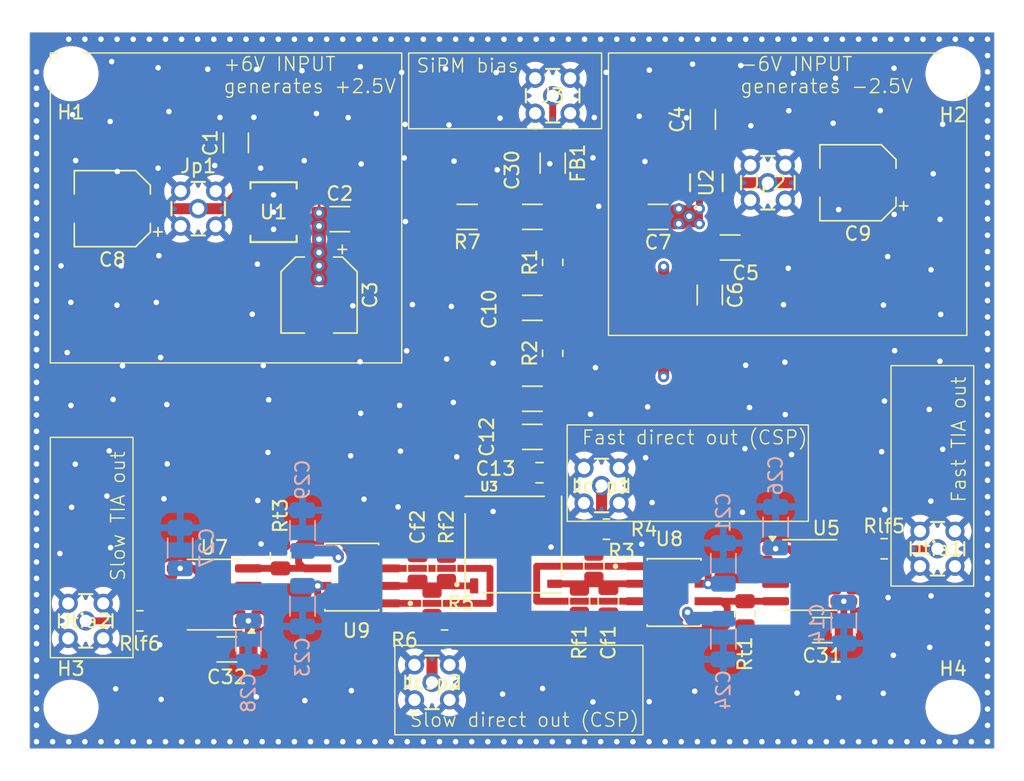
<source format=kicad_pcb>
(kicad_pcb (version 20240108) (generator "pcbnew") (generator_version "8.0")
  (layers (0 "F.Cu" signal) (1 "In1.Cu" signal) (2 "In2.Cu" signal) (31 "B.Cu" signal) (34 "B.Paste" user) (35 "F.Paste" user) (36 "B.SilkS" user "B.Silkscreen") (37 "F.SilkS" user "F.Silkscreen") (38 "B.Mask" user) (39 "F.Mask" user) (44 "Edge.Cuts" user))
  (net 0 "")
  (net 1 "GND")
  (net 2 "+6V")
  (net 3 "+2V5")
  (net 4 "Net-(U1-BYP)")
  (net 5 "Net-(U2-VREG)")
  (net 6 "Net-(U2-VAFB)")
  (net 7 "Net-(U2-VA)")
  (net 8 "-2V5")
  (net 9 "-6V")
  (net 10 "Net-(C10-Pad1)")
  (net 11 "/Bias filter/bias_filtered")
  (net 12 "Net-(U5-IN)")
  (net 13 "/SiPM/fast output")
  (net 14 "Net-(U7-IN)")
  (net 15 "/SiPM/anode (slow output)")
  (net 16 "/Bias filter/bias_raw")
  (net 17 "Net-(C30-Pad1)")
  (net 18 "Net-(Jcsp1-SIGNAL)")
  (net 19 "Net-(Jcsp2-SIGNAL)")
  (net 20 "/driven TIA/amp_out")
  (net 21 "/driven TIA1/amp_out")
  (net 22 "Net-(Rlf5-Pad1)")
  (net 23 "Net-(Rlf6-Pad1)")
  (net 37 "Net-(C30-Pad2)")
  (footprint "Resistor_SMD:R_1206_3216Metric" (layer "F.Cu") (at 76.75 38.399176 180)
    (property "Reference" "R7")
    (property "Value" "2")
  )
  (footprint "Capacitor_SMD:C_1206_3216Metric" (layer "F.Cu") (at 59.9643 33.026652 90)
    (property "Reference" "C1")
    (property "Value" "1u")
  )
  (footprint "Library:CONN_73415-1472_MOL" (layer "F.Cu") (at 74.194737 72.191652)
    (property "Reference" "Jcsp2")
    (property "Value" "734151472")
  )
  (footprint "Library:ADP7185" (layer "F.Cu") (at 94.1 35.918352 90)
    (property "Reference" "U2")
    (property "Value" "ADP7185ACPZN2.5-R7")
  )
  (footprint "Capacitor_SMD:C_0805_2012Metric" (layer "F.Cu") (at 73.144737 63.916651 -90)
    (property "Reference" "Cf2")
    (property "Value" "var")
  )
  (footprint "Capacitor_SMD:CP_Elec_5x4.5" (layer "F.Cu") (at 66 44.071652 -90)
    (property "Reference" "C3")
    (property "Value" "10u")
  )
  (footprint "Capacitor_SMD:C_1206_3216Metric" (layer "F.Cu") (at 81.475 51.600824 180)
    (property "Reference" "C11" (hide yes))
    (property "Value" "100n")
  )
  (footprint "MountingHole:MountingHole_3.5mm" (layer "F.Cu") (at 48 28 180)
    (property "Reference" "H1")
    (property "Value" "MountingHole")
  )
  (footprint "Library:CONN_73415-1472_MOL" (layer "F.Cu") (at 98.560099 35.918352)
    (property "Reference" "Jp2")
    (property "Value" "734151472")
  )
  (footprint "Capacitor_SMD:C_0805_2012Metric" (layer "F.Cu") (at 86.99 66.301652 90)
    (property "Reference" "Cf1")
    (property "Value" "var")
  )
  (footprint "Library:CONN_73415-1472_MOL" (layer "F.Cu") (at 110.87 62.491652)
    (property "Reference" "Jtia1")
    (property "Value" "734151472")
  )
  (footprint "Resistor_SMD:R_0805_2012Metric" (layer "F.Cu") (at 53 67.726651 180)
    (property "Reference" "Rlf6")
    (property "Value" "50")
  )
  (footprint "Capacitor_SMD:C_1206_3216Metric" (layer "F.Cu") (at 81.475 38.399176 180)
    (property "Reference" "C30")
    (property "Value" "1u")
  )
  (footprint "Capacitor_SMD:C_1206_3216Metric" (layer "F.Cu") (at 81.475 54.371236 180)
    (property "Reference" "C12")
    (property "Value" "10n")
  )
  (footprint "Package_SO:SOIC-8_3.9x4.9mm_P1.27mm" (layer "F.Cu") (at 58.4 65.821651 180)
    (property "Reference" "U7")
    (property "Value" "BUF602xD")
  )
  (footprint "Library:LT1763" (layer "F.Cu") (at 62.6986 38.051651 180)
    (property "Reference" "U1")
    (property "Value" "LT1763CDE-2.5-PBF")
  )
  (footprint "Capacitor_SMD:C_1206_3216Metric" (layer "F.Cu") (at 67.5 38.561652)
    (property "Reference" "C2")
    (property "Value" "1u")
  )
  (footprint "Library:CONN_73415-1472_MOL" (layer "F.Cu") (at 82.95 29.601652)
    (property "Reference" "J3")
    (property "Value" "734151472")
  )
  (footprint "Resistor_SMD:R_0805_2012Metric" (layer "F.Cu") (at 75.244737 63.916651 -90)
    (property "Reference" "Rf2")
    (property "Value" "var")
  )
  (footprint "Capacitor_SMD:C_1206_3216Metric" (layer "F.Cu") (at 90.599999 38.396652 180)
    (property "Reference" "C7")
    (property "Value" "4.7u")
  )
  (footprint "Capacitor_SMD:C_1206_3216Metric" (layer "F.Cu") (at 81.475 45 180)
    (property "Reference" "C10")
    (property "Value" "10n")
  )
  (footprint "Resistor_SMD:R_0805_2012Metric" (layer "F.Cu") (at 63.2 63.004151 90)
    (property "Reference" "Rt3")
    (property "Value" "10k")
  )
  (footprint "Capacitor_SMD:C_1206_3216Metric" (layer "F.Cu") (at 94.349999 44.071652 -90)
    (property "Reference" "C6")
    (property "Value" "1u")
  )
  (footprint "Library:SOIC127P599X175-8N" (layer "F.Cu") (at 91.76 65.666652)
    (property "Reference" "U8")
    (property "Value" "LTC6268HS8-10_PBF")
  )
  (footprint "Resistor_SMD:R_0805_2012Metric" (layer "F.Cu") (at 84.89 66.301652 90)
    (property "Reference" "Rf1")
    (property "Value" "var")
  )
  (footprint "Resistor_SMD:R_0805_2012Metric" (layer "F.Cu") (at 82.95 48.300412 90)
    (property "Reference" "R2")
    (property "Value" "50")
  )
  (footprint "MountingHole:MountingHole_3.5mm" (layer "F.Cu") (at 48 74)
    (property "Reference" "H3")
    (property "Value" "MountingHole")
  )
  (footprint "Resistor_SMD:R_0805_2012Metric" (layer "F.Cu") (at 86.8525 61.071652)
    (property "Reference" "R4")
    (property "Value" "50")
  )
  (footprint "Library:CONN_73415-1472_MOL" (layer "F.Cu") (at 49.07 67.726651)
    (property "Reference" "Jtia2")
    (property "Value" "734151472")
  )
  (footprint "MountingHole:MountingHole_3.5mm" (layer "F.Cu") (at 112 74)
    (property "Reference" "H4")
    (property "Value" "MountingHole")
  )
  (footprint "Capacitor_SMD:C_1206_3216Metric_Pad1.33x1.80mm_HandSolder" (layer "F.Cu") (at 102.5125 68.4 180)
    (property "Reference" "C31")
    (property "Value" "10n")
  )
  (footprint "Resistor_SMD:R_0805_2012Metric" (layer "F.Cu") (at 75.107237 69.121652)
    (property "Reference" "R6")
    (property "Value" "50")
  )
  (footprint "Capacitor_SMD:C_1206_3216Metric" (layer "F.Cu") (at 93.85 31.321652 90)
    (property "Reference" "C4")
    (property "Value" "1u")
  )
  (footprint "Capacitor_SMD:CP_Elec_5x4.5" (layer "F.Cu") (at 105.099999 35.918352 180)
    (property "Reference" "C9")
    (property "Value" "10u")
  )
  (footprint "Package_SO:SOIC-8_3.9x4.9mm_P1.27mm" (layer "F.Cu") (at 101.6 64.396652)
    (property "Reference" "U5")
    (property "Value" "BUF602xD")
  )
  (footprint "Resistor_SMD:R_0805_2012Metric" (layer "F.Cu") (at 74.194737 66.456651 -90)
    (property "Reference" "R5")
    (property "Value" "0")
  )
  (footprint "Resistor_SMD:R_0805_2012Metric" (layer "F.Cu") (at 96.9 67.214152 -90)
    (property "Reference" "Rt1")
    (property "Value" "10k")
  )
  (footprint "Capacitor_SMD:C_1206_3216Metric_Pad1.33x1.80mm_HandSolder" (layer "F.Cu") (at 59.3125 69.8)
    (property "Reference" "C32")
    (property "Value" "10n")
  )
  (footprint "Library:SOIC127P599X175-8N" (layer "F.Cu") (at 68.374737 64.551651 180)
    (property "Reference" "U9")
    (property "Value" "LTC6268HS8-10_PBF")
  )
  (footprint "Resistor_SMD:R_1206_3216Metric" (layer "F.Cu") (at 82.95 34.498764 -90)
    (property "Reference" "FB1")
    (property "Value" "620@1M")
  )
  (footprint "Library:CONN_73415-1472_MOL" (layer "F.Cu") (at 86.495 57.901652)
    (property "Reference" "Jcsp1")
    (property "Value" "734151472")
  )
  (footprint "Resistor_SMD:R_0805_2012Metric" (layer "F.Cu") (at 85.94 63.761652 -90)
    (property "Reference" "R3")
    (property "Value" "0")
  )
  (footprint "Resistor_SMD:R_0805_2012Metric" (layer "F.Cu") (at 82.95 41.699588 90)
    (property "Reference" "R1")
    (property "Value" "50")
  )
  (footprint "MountingHole:MountingHole_3.5mm" (layer "F.Cu") (at 112 28 180)
    (property "Reference" "H2")
    (property "Value" "MountingHole")
  )
  (footprint "Capacitor_SMD:C_0805_2012Metric" (layer "F.Cu") (at 82 56.971652 180)
    (property "Reference" "C13")
    (property "Value" "10p")
  )
  (footprint "Library:CONN_73415-1472_MOL" (layer "F.Cu") (at 57.23 37.801652)
    (property "Reference" "Jp1")
    (property "Value" "734151472")
  )
  (footprint "Capacitor_SMD:CP_Elec_5x4.5" (layer "F.Cu") (at 51 37.801652 180)
    (property "Reference" "C8")
    (property "Value" "10u")
  )
  (footprint "Resistor_SMD:R_0805_2012Metric" (layer "F.Cu") (at 107 62.491652)
    (property "Reference" "Rlf5")
    (property "Value" "50")
  )
  (footprint "Capacitor_SMD:C_1206_3216Metric" (layer "F.Cu") (at 95.825 40.621652)
    (property "Reference" "C5")
    (property "Value" "10n")
  )
  (footprint "Library:XDCR_MICROFC-60035-SMT-TR1" (layer "F.Cu") (at 80.1 62.186651)
    (property "Reference" "U3")
    (property "Value" "MICROFC-60035-SMT-TR1")
  )
  (footprint "Capacitor_SMD:C_1206_3216Metric" (layer "B.Cu") (at 104.075 67.875 90)
    (property "Reference" "C14")
    (property "Value" "0.1u")
  )
  (footprint "Capacitor_SMD:C_1206_3216Metric" (layer "B.Cu") (at 64.8 61.171652 -90)
    (property "Reference" "C29")
    (property "Value" "0.1u")
  )
  (footprint "Capacitor_SMD:C_1206_3216Metric" (layer "B.Cu") (at 99.125 60.925 -90)
    (property "Reference" "C26")
    (property "Value" "0.1u")
  )
  (footprint "Capacitor_SMD:C_1206_3216Metric" (layer "B.Cu") (at 55.925 62.441651 -90)
    (property "Reference" "C27")
    (property "Value" "0.1u")
  )
  (footprint "Capacitor_SMD:C_1206_3216Metric" (layer "B.Cu") (at 64.8 66.661651 90)
    (property "Reference" "C23")
    (property "Value" "0.1u")
  )
  (footprint "Capacitor_SMD:C_1206_3216Metric" (layer "B.Cu") (at 95.334737 63.556652 -90)
    (property "Reference" "C21")
    (property "Value" "0.1u")
  )
  (footprint "Capacitor_SMD:C_1206_3216Metric" (layer "B.Cu") (at 60.875 69.201651 90)
    (property "Reference" "C28")
    (property "Value" "0.1u")
  )
  (footprint "Capacitor_SMD:C_1206_3216Metric" (layer "B.Cu") (at 95.334737 69.046652 90)
    (property "Reference" "C24")
    (property "Value" "0.1u")
  )
  (gr_rect (start 84 53.5) (end 101.5 60.5) (stroke (width 0.1)) (fill none) (layer "F.SilkS"))
  (gr_rect (start 107.5 49.2) (end 113.5 65.2) (stroke (width 0.1)) (fill none) (layer "F.SilkS"))
  (gr_rect (start 71.5 69.5) (end 89.5 76) (stroke (width 0.1)) (fill none) (layer "F.SilkS"))
  (gr_rect (start 87 26.5) (end 113 47) (stroke (width 0.1)) (fill none) (layer "F.SilkS"))
  (gr_rect (start 46.5 54.4) (end 52.5 70.4) (stroke (width 0.1)) (fill none) (layer "F.SilkS"))
  (gr_rect (start 46.5 26.5) (end 72 49) (stroke (width 0.1)) (fill none) (layer "F.SilkS"))
  (gr_rect (start 72.5 26.5) (end 86.5 32) (stroke (width 0.1)) (fill none) (layer "F.SilkS"))
  (gr_rect (start 45 25) (end 115 77) (stroke (width 0.05)) (fill none) (layer "Edge.Cuts"))
  (gr_text "Slow direct out (CSP)" (at 72.5 75.5 0) (layer "F.SilkS") (effects (font (size 1 1) (thickness 0.1)) (justify left bottom)))
  (gr_text "+6V INPUT\ngenerates +2.5V" (at 59 29.5 0) (layer "F.SilkS") (effects (font (size 1 1) (thickness 0.1)) (justify left bottom)))
  (gr_text "Slow TIA out" (at 52 64.9 90) (layer "F.SilkS") (effects (font (size 1 1) (thickness 0.1)) (justify left bottom)))
  (gr_text "Fast TIA out" (at 113 59.2 90) (layer "F.SilkS") (effects (font (size 1 1) (thickness 0.1)) (justify left bottom)))
  (gr_text "Fast direct out (CSP)" (at 85 55 0) (layer "F.SilkS") (effects (font (size 1 1) (thickness 0.1)) (justify left bottom)))
  (gr_text "SiPM bias" (at 73 28 0) (layer "F.SilkS") (effects (font (size 1 1) (thickness 0.1)) (justify left bottom)))
  (gr_text "-6V INPUT\ngenerates -2.5V" (at 96.5 29.5 0) (layer "F.SilkS") (effects (font (size 1 1) (thickness 0.1)) (justify left bottom)))
  (segment (start 70.844737 66.456651) (end 78.4 66.456651) (width 0.5) (layer "F.Cu") (net 1))
  (segment (start 70.844737 63.916651) (end 78.4 63.916651) (width 0.5) (layer "F.Cu") (net 1))
  (segment (start 89.29 63.761652) (end 81.79 63.761652) (width 0.5) (layer "F.Cu") (net 1))
  (segment (start 89.29 66.301652) (end 81.79 66.301652) (width 0.5) (layer "F.Cu") (net 1))
  (segment (start 81.79 63.761652) (end 81.79 66.301652) (width 0.5) (layer "F.Cu") (net 1))
  (segment (start 78.4 63.916651) (end 78.4 66.456651) (width 0.5) (layer "F.Cu") (net 1))
  (via (at 107.04084 59.654084) (size 0.8) (drill 0.4) (layers "F.Cu" "B.Cu") (net 1))
  (via (at 51.365838 35.106777) (size 0.8) (drill 0.4) (layers "F.Cu" "B.Cu") (net 1))
  (via (at 89.940658 25.5) (size 0.8) (drill 0.4) (layers "F.Cu" "B.Cu") (net 1))
  (via (at 45.5 39.732552) (size 0.8) (drill 0.4) (layers "F.Cu" "B.Cu") (net 1))
  (via (at 79.415239 25.5) (size 0.8) (drill 0.4) (layers "F.Cu" "B.Cu") (net 1))
  (via (at 107.759065 48.112934) (size 0.8) (drill 0.4) (layers "F.Cu" "B.Cu") (net 1))
  (via (at 98.127095 76.5) (size 0.8) (drill 0.4) (layers "F.Cu" "B.Cu") (net 1))
  (via (at 58.364401 76.5) (size 0.8) (drill 0.4) (layers "F.Cu" "B.Cu") (net 1))
  (via (at 114.5 48.034874) (size 0.8) (drill 0.4) (layers "F.Cu" "B.Cu") (net 1))
  (via (at 48.31172 56.348621) (size 0.8) (drill 0.4) (layers "F.Cu" "B.Cu") (net 1))
  (via (at 45.5 36.174414) (size 0.8) (drill 0.4) (layers "F.Cu" "B.Cu") (net 1))
  (via (at 75.171559 27.646783) (size 0.8) (drill 0.4) (layers "F.Cu" "B.Cu") (net 1))
  (via (at 114.5 27.872092) (size 0.8) (drill 0.4) (layers "F.Cu" "B.Cu") (net 1))
  (via (at 86.432185 76.5) (size 0.8) (drill 0.4) (layers "F.Cu" "B.Cu") (net 1))
  (via (at 110.269976 52.377996) (size 0.8) (drill 0.4) (layers "F.Cu" "B.Cu") (net 1))
  (via (at 45.5 37.36046) (size 0.8) (drill 0.4) (layers "F.Cu" "B.Cu") (net 1))
  (via (at 100.466077 76.5) (size 0.8) (drill 0.4) (layers "F.Cu" "B.Cu") (net 1))
  (via (at 47.989066 44.60075) (size 0.8) (drill 0.4) (layers "F.Cu" "B.Cu") (net 1))
  (via (at 45.5 76.5) (size 0.8) (drill 0.4) (layers "F.Cu" "B.Cu") (net 1))
  (via (at 67.720329 25.5) (size 0.8) (drill 0.4) (layers "F.Cu" "B.Cu") (net 1))
  (via (at 103.704213 73.299665) (size 0.8) (drill 0.4) (layers "F.Cu" "B.Cu") (net 1))
  (via (at 45.5 59.895334) (size 0.8) (drill 0.4) (layers "F.Cu" "B.Cu") (net 1))
  (via (at 110.387267 59.032524) (size 0.8) (drill 0.4) (layers "F.Cu" "B.Cu") (net 1))
  (via (at 45.5 64.639518) (size 0.8) (drill 0.4) (layers "F.Cu" "B.Cu") (net 1))
  (via (at 45.5 65.825564) (size 0.8) (drill 0.4) (layers "F.Cu" "B.Cu") (net 1))
  (via (at 100.681341 72.966857) (size 0.8) (drill 0.4) (layers "F.Cu" "B.Cu") (net 1))
  (via (at 114.5 63.453472) (size 0.8) (drill 0.4) (layers "F.Cu" "B.Cu") (net 1))
  (via (at 114.5 45.662782) (size 0.8) (drill 0.4) (layers "F.Cu" "B.Cu") (net 1))
  (via (at 114.5 67.01161) (size 0.8) (drill 0.4) (layers "F.Cu" "B.Cu") (net 1))
  (via (at 72.773802 44.765565) (size 0.8) (drill 0.4) (layers "F.Cu" "B.Cu") (net 1))
  (via (at 82.218188 72.639541) (size 0.8) (drill 0.4) (layers "F.Cu" "B.Cu") (net 1))
  (via (at 114.5 52.779058) (size 0.8) (drill 0.4) (layers "F.Cu" "B.Cu") (net 1))
  (via (at 45.5 52.779058) (size 0.8) (drill 0.4) (layers "F.Cu" "B.Cu") (net 1))
  (via (at 93.449131 76.5) (size 0.8) (drill 0.4) (layers "F.Cu" "B.Cu") (net 1))
  (via (at 114.5 25.5) (size 0.8) (drill 0.4) (layers "F.Cu" "B.Cu") (net 1))
  (via (at 101.635568 25.5) (size 0.8) (drill 0.4) (layers "F.Cu" "B.Cu") (net 1))
  (via (at 95.788113 76.5) (size 0.8) (drill 0.4) (layers "F.Cu" "B.Cu") (net 1))
  (via (at 92.662371 31.207615) (size 0.8) (drill 0.4) (layers "F.Cu" "B.Cu") (net 1))
  (via (at 102.805059 76.5) (size 0.8) (drill 0.4) (layers "F.Cu" "B.Cu") (net 1))
  (via (at 84.093203 25.5) (size 0.8) (drill 0.4) (layers "F.Cu" "B.Cu") (net 1))
  (via (at 45.5 61.08138) (size 0.8) (drill 0.4) (layers "F.Cu" "B.Cu") (net 1))
  (via (at 75.741773 51.868128) (size 0.8) (drill 0.4) (layers "F.Cu" "B.Cu") (net 1))
  (via (at 108.652514 25.5) (size 0.8) (drill 0.4) (layers "F.Cu" "B.Cu") (net 1))
  (via (at 114.5 38.546506) (size 0.8) (drill 0.4) (layers "F.Cu" "B.Cu") (net 1))
  (via (at 53.686437 25.5) (size 0.8) (drill 0.4) (layers "F.Cu" "B.Cu") (net 1))
  (via (at 45.5 51.593012) (size 0.8) (drill 0.4) (layers "F.Cu" "B.Cu") (net 1))
  (via (at 45.5 72.94184) (size 0.8) (drill 0.4) (layers "F.Cu" "B.Cu") (net 1))
  (via (at 45.5 44.476736) (size 0.8) (drill 0.4) (layers "F.Cu" "B.Cu") (net 1))
  (via (at 93.101977 27.307537) (size 0.8) (drill 0.4) (layers "F.Cu" "B.Cu") (net 1))
  (via (at 111.045089 48.876212) (size 0.8) (drill 0.4) (layers "F.Cu" "B.Cu") (net 1))
  (via (at 87.601676 76.5) (size 0.8) (drill 0.4) (layers "F.Cu" "B.Cu") (net 1))
  (via (at 61.95492 49.188893) (size 0.8) (drill 0.4) (layers "F.Cu" "B.Cu") (net 1))
  (via (at 61.15404 45.464894) (size 0.8) (drill 0.4) (layers "F.Cu" "B.Cu") (net 1))
  (via (at 58.364401 25.5) (size 0.8) (drill 0.4) (layers "F.Cu" "B.Cu") (net 1))
  (via (at 100.043807 42.127437) (size 0.8) (drill 0.4) (layers "F.Cu" "B.Cu") (net 1))
  (via (at 114.5 33.802322) (size 0.8) (drill 0.4) (layers "F.Cu" "B.Cu") (net 1))
  (via (at 82.923712 76.5) (size 0.8) (drill 0.4) (layers "F.Cu" "B.Cu") (net 1))
  (via (at 114.5 39.732552) (size 0.8) (drill 0.4) (layers "F.Cu" "B.Cu") (net 1))
  (via (at 72.398293 25.5) (size 0.8) (drill 0.4) (layers "F.Cu" "B.Cu") (net 1))
  (via (at 65.810086 30.89842) (size 0.8) (drill 0.4) (layers "F.Cu" "B.Cu") (net 1))
  (via (at 60.703383 76.5) (size 0.8) (drill 0.4) (layers "F.Cu" "B.Cu") (net 1))
  (via (at 89.940658 76.5) (size 0.8) (drill 0.4) (layers "F.Cu" "B.Cu") (net 1))
  (via (at 68.997398 27.498276) (size 0.8) (drill 0.4) (layers "F.Cu" "B.Cu") (net 1))
  (via (at 85.869438 73.613455) (size 0.8) (drill 0.4) (layers "F.Cu" "B.Cu") (net 1))
  (via (at 86.830941 27.902793) (size 0.8) (drill 0.4) (layers "F.Cu" "B.Cu") (net 1))
  (via (at 45.5 46.848828) (size 0.8) (drill 0.4) (layers "F.Cu" "B.Cu") (net 1))
  (via (at 114.5 68.197656) (size 0.8) (drill 0.4) (layers "F.Cu" "B.Cu") (net 1))
  (via (at 74.737275 25.5) (size 0.8) (drill 0.4) (layers "F.Cu" "B.Cu") (net 1))
  (via (at 51.347455 25.5) (size 0.8) (drill 0.4) (layers "F.Cu" "B.Cu") (net 1))
  (via (at 75.990537 55.820568) (size 0.8) (drill 0.4) (layers "F.Cu" "B.Cu") (net 1))
  (via (at 114.5 50.406966) (size 0.8) (drill 0.4) (layers "F.Cu" "B.Cu") (net 1))
  (via (at 56.025419 25.5) (size 0.8) (drill 0.4) (layers "F.Cu" "B.Cu") (net 1))
  (via (at 105.144041 25.5) (size 0.8) (drill 0.4) (layers "F.Cu" "B.Cu") (net 1))
  (via (at 113.330478 25.5) (size 0.8) (drill 0.4) (layers "F.Cu" "B.Cu") (net 1))
  (via (at 103.696898 37.869954) (size 0.8) (drill 0.4) (layers "F.Cu" "B.Cu") (net 1))
  (via (at 51.056038 51.649696) (size 0.8) (drill 0.4) (layers "F.Cu" "B.Cu") (net 1))
  (via (at 85.262694 25.5) (size 0.8) (drill 0.4) (layers "F.Cu" "B.Cu") (net 1))
  (via (at 114.5 59.895334) (size 0.8) (drill 0.4) (layers "F.Cu" "B.Cu") (net 1))
  (via (at 54.32165 27.571854) (size 0.8) (drill 0.4) (layers "F.Cu" "B.Cu") (net 1))
  (via (at 107.483023 76.5) (size 0.8) (drill 0.4) (layers "F.Cu" "B.Cu") (net 1))
  (via (at 82.923712 25.5) (size 0.8) (drill 0.4) (layers "F.Cu" "B.Cu") (net 1))
  (via (at 69.054136 34.555194) (size 0.8) (drill 0.4) (layers "F.Cu" "B.Cu") (net 1))
  (via (at 78.245748 25.5) (size 0.8) (drill 0.4) (layers "F.Cu" "B.Cu") (net 1))
  (via (at 106.817863 55.447793) (size 0.8) (drill 0.4) (layers "F.Cu" "B.Cu") (net 1))
  (via (at 99.296586 25.5) (size 0.8) (drill 0.4) (layers "F.Cu" "B.Cu") (net 1))
  (via (at 45.5 71.755794) (size 0.8) (drill 0.4) (layers "F.Cu" "B.Cu") (net 1))
  (via (at 79.316146 73.042593) (size 0.8) (drill 0.4) (layers "F.Cu" "B.Cu") (net 1))
  (via (at 51.336104 44.803206) (size 0.8) (drill 0.4) (layers "F.Cu" "B.Cu") (net 1))
  (via (at 45.5 56.337196) (size 0.8) (drill 0.4) (layers "F.Cu" "B.Cu") (net 1))
  (via (at 45.5 67.01161) (size 0.8) (drill 0.4) (layers "F.Cu" "B.Cu") (net 1))
  (via (at 45.5 38.546506) (size 0.8) (drill 0.4) (layers "F.Cu" "B.Cu") (net 1))
  (via (at 61.451398 73.24481) (size 0.8) (drill 0.4) (layers "F.Cu" "B.Cu") (net 1))
  (via (at 114.5 74.127886) (size 0.8) (drill 0.4) (layers "F.Cu" "B.Cu") (net 1))
  (via (at 108.652514 76.5) (size 0.8) (drill 0.4) (layers "F.Cu" "B.Cu") (net 1))
  (via (at 75.906766 76.5) (size 0.8) (drill 0.4) (layers "F.Cu" "B.Cu") (net 1))
  (via (at 114.5 72.94184) (size 0.8) (drill 0.4) (layers "F.Cu" "B.Cu") (net 1))
  (via (at 68.88982 76.5) (size 0.8) (drill 0.4) (layers "F.Cu" "B.Cu") (net 1))
  (via (at 114.5 26.686046) (size 0.8) (drill 0.4) (layers "F.Cu" "B.Cu") (net 1))
  (via (at 68.345948 72.794222) (size 0.8) (drill 0.4) (layers "F.Cu" "B.Cu") (net 1))
  (via (at 86.053696 49.339236) (size 0.8) (drill 0.4) (layers "F.Cu" "B.Cu") (net 1))
  (via (at 114.5 34.988368) (size 0.8) (drill 0.4) (layers "F.Cu" "B.Cu") (net 1))
  (via (at 103.97455 76.5) (size 0.8) (drill 0.4) (layers "F.Cu" "B.Cu") (net 1))
  (via (at 81.754221 25.5) (size 0.8) (drill 0.4) (layers "F.Cu" "B.Cu") (net 1))
  (via (at 114.5 61.08138) (size 0.8) (drill 0.4) (layers "F.Cu" "B.Cu") (net 1))
  (via (at 107.716505 27.603977) (size 0.8) (drill 0.4) (layers "F.Cu" "B.Cu") (net 1))
  (via (at 113.330478 76.5) (size 0.8) (drill 0.4) (layers "F.Cu" "B.Cu") (net 1))
  (via (at 109.822005 76.5) (size 0.8) (drill 0.4) (layers "F.Cu" "B.Cu") (net 1))
  (via (at 45.5 40.918598) (size 0.8) (drill 0.4) (layers "F.Cu" "B.Cu") (net 1))
  (via (at 106.313532 25.5) (size 0.8) (drill 0.4) (layers "F.Cu" "B.Cu") (net 1))
  (via (at 69.26139 58.892512) (size 0.8) (drill 0.4) (layers "F.Cu" "B.Cu") (net 1))
  (via (at 48.117472 30.975031) (size 0.8) (drill 0.4) (layers "F.Cu" "B.Cu") (net 1))
  (via (at 68.2901 55.743307) (size 0.8) (drill 0.4) (layers "F.Cu" "B.Cu") (net 1))
  (via (at 114.5 46.848828) (size 0.8) (drill 0.4) (layers "F.Cu" "B.Cu") (net 1))
  (via (at 61.872874 76.5) (size 0.8) (drill 0.4) (layers "F.Cu" "B.Cu") (net 1))
  (via (at 51.240555 72.658592) (size 0.8) (drill 0.4) (layers "F.Cu" "B.Cu") (net 1))
  (via (at 45.5 63.453472) (size 0.8) (drill 0.4) (layers "F.Cu" "B.Cu") (net 1))
  (via (at 45.5 30.244184) (size 0.8) (drill 0.4) (layers "F.Cu" "B.Cu") (net 1))
  (via (at 45.5 74.127886) (size 0.8) (drill 0.4) (layers "F.Cu" "B.Cu") (net 1))
  (via (at 45.5 27.872092) (size 0.8) (drill 0.4) (layers "F.Cu" "B.Cu") (net 1))
  (via (at 70.059311 25.5) (size 0.8) (drill 0.4) (layers "F.Cu" "B.Cu") (net 1))
  (via (at 80.58473 25.5) (size 0.8) (drill 0.4) (layers "F.Cu" "B.Cu") (net 1))
  (via (at 63.042365 76.5) (size 0.8) (drill 0.4) (layers "F.Cu" "B.Cu") (net 1))
  (via (at 110.404492 42.237685) (size 0.8) (drill 0.4) (layers "F.Cu" "B.Cu") (net 1))
  (via (at 114.5 42.104644) (size 0.8) (drill 0.4) (layers "F.Cu" "B.Cu") (net 1))
  (via (at 45.5 31.43023) (size 0.8) (drill 0.4) (layers "F.Cu" "B.Cu") (net 1))
  (via (at 50.177964 25.5) (size 0.8) (drill 0.4) (layers "F.Cu" "B.Cu") (net 1))
  (via (at 71.994072 27.908702) (size 0.8) (drill 0.4) (layers "F.Cu" "B.Cu") (net 1))
  (via (at 68.973866 48.910112) (size 0.8) (drill 0.4) (layers "F.Cu" "B.Cu") (net 1))
  (via (at 105.144041 76.5) (size 0.8) (drill 0.4) (layers "F.Cu" "B.Cu") (net 1))
  (via (at 56.025419 76.5) (size 0.8) (drill 0.4) (layers "F.Cu" "B.Cu") (net 1))
  (via (at 103.298041 31.597927) (size 0.8) (drill 0.4) (layers "F.Cu" "B.Cu") (net 1))
  (via (at 53.686437 76.5) (size 0.8) (drill 0.4) (layers "F.Cu" "B.Cu") (net 1))
  (via (at 114.5 51.593012) (size 0.8) (drill 0.4) (layers "F.Cu" "B.Cu") (net 1))
  (via (at 61.558413 58.986199) (size 0.8) (drill 0.4) (layers "F.Cu" "B.Cu") (net 1))
  (via (at 64.211856 25.5) (size 0.8) (drill 0.4) (layers "F.Cu" "B.Cu") (net 1))
  (via (at 78.624782 59.782331) (size 0.8) (drill 0.4) (layers "F.Cu" "B.Cu") (net 1))
  (via (at 72.241368 31.679871) (size 0.8) (drill 0.4) (layers "F.Cu" "B.Cu") (net 1))
  (via (at 70.059311 76.5) (size 0.8) (drill 0.4) (layers "F.Cu" "B.Cu") (net 1))
  (via (at 72.398293 76.5) (size 0.8) (drill 0.4) (layers "F.Cu" "B.Cu") (net 1))
  (via (at 96.89913 55.223598) (size 0.8) (drill 0.4) (layers "F.Cu" "B.Cu") (net 1))
  (via (at 45.5 53.965104) (size 0.8) (drill 0.4) (layers "F.Cu" "B.Cu") (net 1))
  (via (at 72.263075 38.730975) (size 0.8) (drill 0.4) (layers "F.Cu" "B.Cu") (net 1))
  (via (at 99.796474 48.948944) (size 0.8) (drill 0.4) (layers "F.Cu" "B.Cu") (net 1))
  (via (at 94.618622 76.5) (size 0.8) (drill 0.4) (layers "F.Cu" "B.Cu") (net 1))
  (via (at 114.5 30.244184) (size 0.8) (drill 0.4) (layers "F.Cu" "B.Cu") (net 1))
  (via (at 107.726845 38.219045) (size 0.8) (drill 0.4) (layers "F.Cu" "B.Cu") (net 1))
  (via (at 89.23127 31.093812) (size 0.8) (drill 0.4) (layers "F.Cu" "B.Cu") (net 1))
  (via (at 68.88982 25.5) (size 0.8) (drill 0.4) (layers "F.Cu" "B.Cu") (net 1))
  (via (at 67.720329 76.5) (size 0.8) (drill 0.4) (layers "F.Cu" "B.Cu") (net 1))
  (via (at 99.296586 76.5) (size 0.8) (drill 0.4) (layers "F.Cu" "B.Cu") (net 1))
  (via (at 71.228802 25.5) (size 0.8) (drill 0.4) (layers "F.Cu" "B.Cu") (net 1))
  (via (at 87.601676 25.5) (size 0.8) (drill 0.4) (layers "F.Cu" "B.Cu") (net 1))
  (via (at 114.5 44.476736) (size 0.8) (drill 0.4) (layers "F.Cu" "B.Cu") (net 1))
  (via (at 82.740883 34.539963) (size 0.8) (drill 0.4) (layers "F.Cu" "B.Cu") (net 1))
  (via (at 110.559461 35.267653) (size 0.8) (drill 0.4) (layers "F.Cu" "B.Cu") (net 1))
  (via (at 45.5 43.29069) (size 0.8) (drill 0.4) (layers "F.Cu" "B.Cu") (net 1))
  (via (at 96.726742 59.844679) (size 0.8) (drill 0.4) (layers "F.Cu" "B.Cu") (net 1))
  (via (at 58.429658 34.668202) (size 0.8) (drill 0.4) (layers "F.Cu" "B.Cu") (net 1))
  (via (at 48.338765 34.308613) (size 0.8) (drill 0.4) (layers "F.Cu" "B.Cu") (net 1))
  (via (at 106.939611 72.98932) (size 0.8) (drill 0.4) (layers "F.Cu" "B.Cu") (net 1))
  (via (at 45.5 69.383702) (size 0.8) (drill 0.4) (layers "F.Cu" "B.Cu") (net 1))
  (via (at 110.304352 69.648144) (size 0.8) (drill 0.4) (layers "F.Cu" "B.Cu") (net 1))
  (via (at 61.268905 31.170257) (size 0.8) (drill 0.4) (layers "F.Cu" "B.Cu") (net 1))
  (via (at 114.5 36.174414) (size 0.8) (drill 0.4) (layers "F.Cu" "B.Cu") (net 1))
  (via (at 60.703383 25.5) (size 0.8) (drill 0.4) (layers "F.Cu" "B.Cu") (net 1))
  (via (at 93.254989 72.832926) (size 0.8) (drill 0.4) (layers "F.Cu" "B.Cu") (net 1))
  (via (at 85.262694 76.5) (size 0.8) (drill 0.4) (layers "F.Cu" "B.Cu") (net 1))
  (via (at 47.276873 41.95416) (size 0.8) (drill 0.4) (layers "F.Cu" "B.Cu") (net 1))
  (via (at 61.764345 34.856503) (size 0.8) (drill 0.4) (layers "F.Cu" "B.Cu") (net 1))
  (via (at 111.104214 45.476702) (size 0.8) (drill 0.4) (layers "F.Cu" "B.Cu") (net 1))
  (via (at 77.076257 25.5) (size 0.8) (drill 0.4) (layers "F.Cu" "B.Cu") (net 1))
  (via (at 45.5 58.709288) (size 0.8) (drill 0.4) (layers "F.Cu" "B.Cu") (net 1))
  (via (at 50.952448 27.122739) (size 0.8) (drill 0.4) (layers "F.Cu" "B.Cu") (net 1))
  (via (at 71.841488 52.085206) (size 0.8) (drill 0.4) (layers "F.Cu" "B.Cu") (net 1))
  (via (at 100.405733 27.972354) (size 0.8) (drill 0.4) (layers "F.Cu" "B.Cu") (net 1))
  (via (at 114.5 40.918598) (size 0.8) (drill 0.4) (layers "F.Cu" "B.Cu") (net 1))
  (via (at 114.5 64.639518) (size 0.8) (drill 0.4) (layers "F.Cu" "B.Cu") (net 1))
  (via (at 62.29142 55.495186) (size 0.8) (drill 0.4) (layers "F.Cu" "B.Cu") (net 1))
  (via (at 112.160987 76.5) (size 0.8) (drill 0.4) (layers "F.Cu" "B.Cu") (net 1))
  (via (at 103.97455 25.5) (size 0.8) (drill 0.4) (layers "F.Cu" "B.Cu") (net 1))
  (via (at 62.7 38.051652) (size 0.8) (drill 0.4) (layers "F.Cu" "B.Cu") (net 1))
  (via (at 45.5 62.267426) (size 0.8) (drill 0.4) (layers "F.Cu" "B.Cu") (net 1))
  (via (at 78.633328 49.012626) (size 0.8) (drill 0.4) (layers "F.Cu" "B.Cu") (net 1))
  (via (at 57.19491 25.5) (size 0.8) (drill 0.4) (layers "F.Cu" "B.Cu") (net 1))
  (via (at 66.550838 76.5) (size 0.8) (drill 0.4) (layers "F.Cu" "B.Cu") (net 1))
  (via (at 50.843346 31.473547) (size 0.8) (drill 0.4) (layers "F.Cu" "B.Cu") (net 1))
  (via (at 71.909566 55.405494) (size 0.8) (drill 0.4) (layers "F.Cu" "B.Cu") (net 1))
  (via (at 61.528188 41.82679) (size 0.8) (drill 0.4) (layers "F.Cu" "B.Cu") (net 1))
  (via (at 103.475227 28.331184) (size 0.8) (drill 0.4) (layers "F.Cu" "B.Cu") (net 1))
  (via (at 89.408121 62.154531) (size 0.8) (drill 0.4) (layers "F.Cu" "B.Cu") (net 1))
  (via (at 92.27964 25.5) (size 0.8) (drill 0.4) (layers "F.Cu" "B.Cu") (net 1))
  (via (at 107.483023 25.5) (size 0.8) (drill 0.4) (layers "F.Cu" "B.Cu") (net 1))
  (via (at 54.501154 48.607264) (size 0.8) (drill 0.4) (layers "F.Cu" "B.Cu") (net 1))
  (via (at 54.192306 44.605543) (size 0.8) (drill 0.4) (layers "F.Cu" "B.Cu") (net 1))
  (via (at 79.415239 76.5) (size 0.8) (drill 0.4) (layers "F.Cu" "B.Cu") (net 1))
  (via (at 65.381347 25.5) (size 0.8) (drill 0.4) (layers "F.Cu" "B.Cu") (net 1))
  (via (at 92.27964 76.5) (size 0.8) (drill 0.4) (layers "F.Cu" "B.Cu") (net 1))
  (via (at 71.731311 59.454587) (size 0.8) (drill 0.4) (layers "F.Cu" "B.Cu") (net 1))
  (via (at 85.694249 52.725424) (size 0.8) (drill 0.4) (layers "F.Cu" "B.Cu") (net 1))
  (via (at 110.991496 76.5) (size 0.8) (drill 0.4) (layers "F.Cu" "B.Cu") (net 1))
  (via (at 96.957604 76.5) (size 0.8) (drill 0.4) (layers "F.Cu" "B.Cu") (net 1))
  (via (at 47.838982 25.5) (size 0.8) (drill 0.4) (layers "F.Cu" "B.Cu") (net 1))
  (via (at 45.5 48.034874) (size 0.8) (drill 0.4) (layers "F.Cu" "B.Cu") (net 1))
  (via (at 106.313532 76.5) (size 0.8) (drill 0.4) (layers "F.Cu" "B.Cu") (net 1))
  (via (at 45.5 45.662782) (size 0.8) (drill 0.4) (layers "F.Cu" "B.Cu") (net 1))
  (via (at 62.7 36.801652) (size 0.8) (drill 0.4) (layers "F.Cu" "B.Cu") (net 1))
  (via (at 97.32786 31.782822) (size 0.8) (drill 0.4) (layers "F.Cu" "B.Cu") (net 1))
  (via (at 51.639103 41.957113) (size 0.8) (drill 0.4) (layers "F.Cu" "B.Cu") (net 1))
  (via (at 64.967987 73.512768) (size 0.8) (drill 0.4) (layers "F.Cu" "B.Cu") (net 1))
  (via (at 52.516946 25.5) (size 0.8) (drill 0.4) (layers "F.Cu" "B.Cu") (net 1))
  (via (at 68.111947 31.188878) (size 0.8) (drill 0.4) (layers "F.Cu" "B.Cu") (net 1))
  (via (at 54.983183 56.333235) (size 0.8) (drill 0.4) (layers "F.Cu" "B.Cu") (net 1))
  (via (at 85.874399 34.109231) (size 0.8) (drill 0.4) (layers "F.Cu" "B.Cu") (net 1))
  (via (at 82.829264 62.368257) (size 0.8) (drill 0.4) (layers "F.Cu" "B.Cu") (net 1))
  (via (at 47.725345 48.246137) (size 0.8) (drill 0.4) (layers "F.Cu" "B.Cu") (net 1))
  (via (at 45.5 70.569748) (size 0.8) (drill 0.4) (layers "F.Cu" "B.Cu") (net 1))
  (via (at 107.2552 41.278167) (size 0.8) (drill 0.4) (layers "F.Cu" "B.Cu") (net 1))
  (via (at 110.991496 25.5) (size 0.8) (drill 0.4) (layers "F.Cu" "B.Cu") (net 1))
  (via (at 96.957604 25.5) (size 0.8) (drill 0.4) (layers "F.Cu" "B.Cu") (net 1))
  (via (at 106.947929 44.799785) (size 0.8) (drill 0.4) (layers "F.Cu" "B.Cu") (net 1))
  (via (at 107.287749 66.03613) (size 0.8) (drill 0.4) (layers "F.Cu" "B.Cu") (net 1))
  (via (at 106.716747 30.679317) (size 0.8) (drill 0.4) (layers "F.Cu" "B.Cu") (net 1))
  (via (at 114.5 53.965104) (size 0.8) (drill 0.4) (layers "F.Cu" "B.Cu") (net 1))
  (via (at 109.822005 25.5) (size 0.8) (drill 0.4) (layers "F.Cu" "B.Cu") (net 1))
  (via (at 50.177964 76.5) (size 0.8) (drill 0.4) (layers "F.Cu" "B.Cu") (net 1))
  (via (at 93.449131 25.5) (size 0.8) (drill 0.4) (layers "F.Cu" "B.Cu") (net 1))
  (via (at 107.66563 70.228119) (size 0.8) (drill 0.4) (layers "F.Cu" "B.Cu") (net 1))
  (via (at 51.742571 49.207243) (size 0.8) (drill 0.4) (layers "F.Cu" "B.Cu") (net 1))
  (via (at 49.008473 76.5) (size 0.8) (drill 0.4) (layers "F.Cu" "B.Cu") (net 1))
  (via (at 114.5 29.058138) (size 0.8) (drill 0.4) (layers "F.Cu" "B.Cu") (net 1))
  (via (at 112.160987 25.5) (size 0.8) (drill 0.4) (layers "F.Cu" "B.Cu") (net 1))
  (via (at 45.5 57.523242) (size 0.8) (drill 0.4) (layers "F.Cu" "B.Cu") (net 1))
  (via (at 75.906766 25.5) (size 0.8) (drill 0.4) (layers "F.Cu" "B.Cu") (net 1))
  (via (at 84.093203 76.5) (size 0.8) (drill 0.4) (layers "F.Cu" "B.Cu") (net 1))
  (via (at 114.5 57.523242) (size 0.8) (drill 0.4) (layers "F.Cu" "B.Cu") (net 1))
  (via (at 54.955646 52.019271) (size 0.8) (drill 0.4) (layers "F.Cu" "B.Cu") (net 1))
  (via (at 114.5 58.709288) (size 0.8) (drill 0.4) (layers "F.Cu" "B.Cu") (net 1))
  (via (at 75.429276 31.723487) (size 0.8) (drill 0.4) (layers "F.Cu" "B.Cu") (net 1))
  (via (at 114.5 71.755794) (size 0.8) (drill 0.4) (layers "F.Cu" "B.Cu") (net 1))
  (via (at 114.5 37.36046) (size 0.8) (drill 0.4) (layers "F.Cu" "B.Cu") (net 1))
  (via (at 45.5 29.058138) (size 0.8) (drill 0.4) (layers "F.Cu" "B.Cu") (net 1))
  (via (at 89.952366 73.588847) (size 0.8) (drill 0.4) (layers "F.Cu" "B.Cu") (net 1))
  (via (at 54.855928 25.5) (size 0.8) (drill 0.4) (layers "F.Cu" "B.Cu") (net 1))
  (via (at 72.176536 34.118105) (size 0.8) (drill 0.4) (layers "F.Cu" "B.Cu") (net 1))
  (via (at 48.046742 59.479029) (size 0.8) (drill 0.4) (layers "F.Cu" "B.Cu") (net 1))
  (via (at 54.543933 73.430515) (size 0.8) (drill 0.4) (layers "F.Cu" "B.Cu") (net 1))
  (via (at 72.352222 48.125609) (size 0.8) (drill 0.4) (layers "F.Cu" "B.Cu") (net 1))
  (via (at 71.228802 76.5) (size 0.8) (drill 0.4) (layers "F.Cu" "B.Cu") (net 1))
  (via (at 66.550838 25.5) (size 0.8) (drill 0.4) (layers "F.Cu" "B.Cu") (net 1))
  (via (at 47.838982 76.5) (size 0.8) (drill 0.4) (layers "F.Cu" "B.Cu") (net 1))
  (via (at 114.5 56.337196) (size 0.8) (drill 0.4) (layers "F.Cu" "B.Cu") (net 1))
  (via (at 64.211856 76.5) (size 0.8) (drill 0.4) (layers "F.Cu" "B.Cu") (net 1))
  (via (at 45.5 68.197656) (size 0.8) (drill 0.4) (layers "F.Cu" "B.Cu") (net 1))
  (via (at 61.792289 62.14255) (size 0.8) (drill 0.4) (layers "F.Cu" "B.Cu") (net 1))
  (via (at 110.40281 65.912065) (size 0.8) (drill 0.4) (layers "F.Cu" "B.Cu") (net 1))
  (via (at 91.110149 25.5) (size 0.8) (drill 0.4) (layers "F.Cu" "B.Cu") (net 1))
  (via (at 114.5 55.15115) (size 0.8) (drill 0.4) (layers "F.Cu" "B.Cu") (net 1))
  (via (at 62.7 39.301652) (size 0.8) (drill 0.4) (layers "F.Cu" "B.Cu") (net 1))
  (via (at 59.533892 25.5) (size 0.8) (drill 0.4) (layers "F.Cu" "B.Cu") (net 1))
  (via (at 101.635568 76.5) (size 0.8) (drill 0.4) (layers "F.Cu" "B.Cu") (net 1))
  (via (at 111.058489 38.577749) (size 0.8) (drill 0.4) (layers "F.Cu" "B.Cu") (net 1))
  (via (at 114.5 75.313932) (size 0.8) (drill 0.4) (layers "F.Cu" "B.Cu") (net 1))
  (via (at 74.737275 76.5) (size 0.8) (drill 0.4) (layers "F.Cu" "B.Cu") (net 1))
  (via (at 85.970547 31.179964) (size 0.8) (drill 0.4) (layers "F.Cu" "B.Cu") (net 1))
  (via (at 64.760257 27.78665) (size 0.8) (drill 0.4) (layers "F.Cu" "B.Cu") (net 1))
  (via (at 99.697169 44.771302) (size 0.8) (drill 0.4) (layers "F.Cu" "B.Cu") (net 1))
  (via (at 86.432185 25.5) (size 0.8) (drill 0.4) (layers "F.Cu" "B.Cu") (net 1))
  (via (at 98.127095 25.5) (size 0.8) (drill 0.4) (layers "F.Cu" "B.Cu") (net 1))
  (via (at 63.042365 25.5) (size 0.8) (drill 0.4) (layers "F.Cu" "B.Cu") (net 1))
  (via (at 50.77464 55.383429) (size 0.8) (drill 0.4) (layers "F.Cu" "B.Cu") (net 1))
  (via (at 114.5 69.383702) (size 0.8) (drill 0.4) (layers "F.Cu" "B.Cu") (net 1))
  (via (at 89.694027 55.880684) (size 0.8) (drill 0.4) (layers "F.Cu" "B.Cu") (net 1))
  (via (at 114.5 43.29069) (size 0.8) (drill 0.4) (layers "F.Cu" "B.Cu") (net 1))
  (via (at 57.923574 27.674472) (size 0.8) (drill 0.4) (layers "F.Cu" "B.Cu") (net 1))
  (via (at 55.105284 30.750301) (size 0.8) (drill 0.4) (layers "F.Cu" "B.Cu") (net 1))
  (via (at 47.997436 52.084742) (size 0.8) (drill 0.4) (layers "F.Cu" "B.Cu") (net 1))
  (via (at 89.836564 52.191489) (size 0.8) (drill 0.4) (layers "F.Cu" "B.Cu") (net 1))
  (via (at 78.245748 76.5) (size 0.8) (drill 0.4) (layers "F.Cu" "B.Cu") (net 1))
  (via (at 94.618622 25.5) (size 0.8) (drill 0.4) (layers "F.Cu" "B.Cu") (net 1))
  (via (at 114.5 31.43023) (size 0.8) (drill 0.4) (layers "F.Cu" "B.Cu") (net 1))
  (via (at 59.533892 76.5) (size 0.8) (drill 0.4) (layers "F.Cu" "B.Cu") (net 1))
  (via (at 78.929142 34.982318) (size 0.8) (drill 0.4) (layers "F.Cu" "B.Cu") (net 1))
  (via (at 50.608945 58.66426) (size 0.8) (drill 0.4) (layers "F.Cu" "B.Cu") (net 1))
  (via (at 77.076257 76.5) (size 0.8) (drill 0.4) (layers "F.Cu" "B.Cu") (net 1))
  (via (at 50.870709 62.413381) (size 0.8) (drill 0.4) (layers "F.Cu" "B.Cu") (net 1))
  (via (at 97.230916 52.239541) (size 0.8) (drill 0.4) (layers "F.Cu" "B.Cu") (net 1))
  (via (at 64.921007 34.31612) (size 0.8) (drill 0.4) (layers "F.Cu" "B.Cu") (net 1))
  (via (at 49.008473 25.5) (size 0.8) (drill 0.4) (layers "F.Cu" "B.Cu") (net 1))
  (via (at 45.5 55.15115) (size 0.8) (drill 0.4) (layers "F.Cu" "B.Cu") (net 1))
  (via (at 75.793518 34.350823) (size 0.8) (drill 0.4) (layers "F.Cu" "B.Cu") (net 1))
  (via (at 111.240695 31.673017) (size 0.8) (drill 0.4) (layers "F.Cu" "B.Cu") (net 1))
  (via (at 86.292273 37.627855) (size 0.8) (drill 0.4) (layers "F.Cu" "B.Cu") (net 1))
  (via (at 95.788113 25.5) (size 0.8) (drill 0.4) (layers "F.Cu" "B.Cu") (net 1))
  (via (at 52.516946 76.5) (size 0.8) (drill 0.4) (layers "F.Cu" "B.Cu") (net 1))
  (via (at 54.380354 41.213239) (size 0.8) (drill 0.4) (layers "F.Cu" "B.Cu") (net 1))
  (via (at 45.5 75.313932) (size 0.8) (drill 0.4) (layers "F.Cu" "B.Cu") (net 1))
  (via (at 114.5 70.569748) (size 0.8) (drill 0.4) (layers "F.Cu" "B.Cu") (net 1))
  (via (at 45.5 42.104644) (size 0.8) (drill 0.4) (layers "F.Cu" "B.Cu") (net 1))
  (via (at 51.347455 76.5) (size 0.8) (drill 0.4) (layers "F.Cu" "B.Cu") (net 1))
  (via (at 68.447686 44.854737) (size 0.8) (drill 0.4) (layers "F.Cu" "B.Cu") (net 1))
  (via (at 45.5 34.988368) (size 0.8) (drill 0.4) (layers "F.Cu" "B.Cu") (net 1))
  (via (at 45.5 33.802322) (size 0.8) (drill 0.4) (layers "F.Cu" "B.Cu") (net 1))
  (via (at 45.5 50.406966) (size 0.8) (drill 0.4) (layers "F.Cu" "B.Cu") (net 1))
  (via (at 81.754221 76.5) (size 0.8) (drill 0.4) (layers "F.Cu" "B.Cu") (net 1))
  (via (at 54.439499 69.459864) (size 0.8) (drill 0.4) (layers "F.Cu" "B.Cu") (net 1))
  (via (at 96.598264 27.409414) (size 0.8) (drill 0.4) (layers "F.Cu" "B.Cu") (net 1))
  (via (at 73.567784 76.5) (size 0.8) (drill 0.4) (layers "F.Cu" "B.Cu") (net 1))
  (via (at 45.5 49.22092) (size 0.8) (drill 0.4) (layers "F.Cu" "B.Cu") (net 1))
  (via (at 45.5 32.616276) (size 0.8) (drill 0.4) (layers "F.Cu" "B.Cu") (net 1))
  (via (at 114.5 49.22092) (size 0.8) (drill 0.4) (layers "F.Cu" "B.Cu") (net 1))
  (via (at 69.020053 52.656171) (size 0.8) (drill 0.4) (layers "F.Cu" "B.Cu") (net 1))
  (via (at 107.022706 51.764359) (size 0.8) (drill 0.4) (layers "F.Cu" "B.Cu") (net 1))
  (via (at 100.081882 30.693014) (size 0.8) (drill 0.4) (layers "F.Cu" "B.Cu") (net 1))
  (via (at 46.669491 76.5) (size 0.8) (drill 0.4) (layers "F.Cu" "B.Cu") (net 1))
  (via (at 75.598992 44.898347) (size 0.8) (drill 0.4) (layers "F.Cu" "B.Cu") (net 1))
  (via (at 102.805059 25.5) (size 0.8) (drill 0.4) (layers "F.Cu" "B.Cu") (net 1))
  (via (at 111.249109 55.270084) (size 0.8) (drill 0.4) (layers "F.Cu" "B.Cu") (net 1))
  (via (at 79.131692 31.230904) (size 0.8) (drill 0.4) (layers "F.Cu" "B.Cu") (net 1))
  (via (at 75.260208 48.714609) (size 0.8) (drill 0.4) (layers "F.Cu" "B.Cu") (net 1))
  (via (at 62.346624 51.677217) (size 0.8) (drill 0.4) (layers "F.Cu" "B.Cu") (net 1))
  (via (at 90.164658 59.13472) (size 0.8) (drill 0.4) (layers "F.Cu" "B.Cu") (net 1))
  (via (at 96.951606 49.168223) (size 0.8) (drill 0.4) (layers "F.Cu" "B.Cu") (net 1))
  (via (at 80.58473 76.5) (size 0.8) (drill 0.4) (layers "F.Cu" "B.Cu") (net 1))
  (via (at 61.872874 25.5) (size 0.8) (drill 0.4) (layers "F.Cu" "B.Cu") (net 1))
  (via (at 65.381347 76.5) (size 0.8) (drill 0.4) (layers "F.Cu" "B.Cu") (net 1))
  (via (at 47.19608 62.838652) (size 0.8) (drill 0.4) (layers "F.Cu" "B.Cu") (net 1))
  (via (at 61.462044 27.697824) (size 0.8) (drill 0.4) (layers "F.Cu" "B.Cu") (net 1))
  (via (at 57.19491 76.5) (size 0.8) (drill 0.4) (layers "F.Cu" "B.Cu") (net 1))
  (via (at 89.963543 27.742534) (size 0.8) (drill 0.4) (layers "F.Cu" "B.Cu") (net 1))
  (via (at 54.855928 76.5) (size 0.8) (drill 0.4) (layers "F.Cu" "B.Cu") (net 1))
  (via (at 100.28071 55.654778) (size 0.8) (drill 0.4) (layers "F.Cu" "B.Cu") (net 1))
  (via (at 88.771167 76.5) (size 0.8) (drill 0.4) (layers "F.Cu" "B.Cu") (net 1))
  (via (at 114.5 32.616276) (size 0.8) (drill 0.4) (layers "F.Cu" "B.Cu") (net 1))
  (via (at 54.31931 34.858699) (size 0.8) (drill 0.4) (layers "F.Cu" "B.Cu") (net 1))
  (via (at 78.847504 27.921019) (size 0.8) (drill 0.4) (layers "F.Cu" "B.Cu") (net 1))
  (via (at 100.466077 25.5) (size 0.8) (drill 0.4) (layers "F.Cu" "B.Cu") (net 1))
  (via (at 114.5 62.267426) (size 0.8) (drill 0.4) (layers "F.Cu" "B.Cu") (net 1))
  (via (at 88.771167 25.5) (size 0.8) (drill 0.4) (layers "F.Cu" "B.Cu") (net 1))
  (via (at 73.567784 25.5) (size 0.8) (drill 0.4) (layers "F.Cu" "B.Cu") (net 1))
  (via (at 114.5 76.5) (size 0.8) (drill 0.4) (layers "F.Cu" "B.Cu") (net 1))
  (via (at 114.5 65.825564) (size 0.8) (drill 0.4) (layers "F.Cu" "B.Cu") (net 1))
  (via (at 99.822957 52.750313) (size 0.8) (drill 0.4) (layers "F.Cu" "B.Cu") (net 1))
  (via (at 58.810659 31.177846) (size 0.8) (drill 0.4) (layers "F.Cu" "B.Cu") (net 1))
  (via (at 91.110149 76.5) (size 0.8) (drill 0.4) (layers "F.Cu" "B.Cu") (net 1))
  (via (at 89.645864 34.377002) (size 0.8) (drill 0.4) (layers "F.Cu" "B.Cu") (net 1))
  (via (at 54.746047 58.865279) (size 0.8) (drill 0.4) (layers "F.Cu" "B.Cu") (net 1))
  (segment (start 59.283514 37.301652) (end 59.051757 37.533409) (width 0.1) (layer "F.Cu") (net 2))
  (segment (start 59.9643 36.620866) (end 59.9643 34.501652) (width 0.4) (layer "F.Cu") (net 2))
  (segment (start 60.0698 38.551652) (end 61.2 38.551652) (width 0.8) (layer "F.Cu") (net 2))
  (segment (start 100.099999 62.491652) (end 100.95 63.341653) (width 0.5) (layer "F.Cu") (net 2))
  (segment (start 60.875 69.8) (end 60.875 67.726651) (width 0.5) (layer "F.Cu") (net 2))
  (segment (start 61.2 37.30165) (end 61.199998 37.301652) (width 0.1) (layer "F.Cu") (net 2))
  (segment (start 99.125 62.491652) (end 100.099999 62.491652) (width 0.5) (layer "F.Cu") (net 2))
  (segment (start 57.23 37.801652) (end 53.2 37.801652) (width 0.8) (layer "F.Cu") (net 2))
  (segment (start 100.95 63.341653) (end 100.95 68.4) (width 0.5) (layer "F.Cu") (net 2))
  (segment (start 60.8 67.8) (end 60.875 67.726651) (width 0.5) (layer "F.Cu") (net 2))
  (segment (start 61.199998 37.301652) (end 59.283514 37.301652) (width 0.1) (layer "F.Cu") (net 2))
  (segment (start 57.23 37.801652) (end 59.3698 37.801652) (width 0.8) (layer "F.Cu") (net 2))
  (segment (start 59.441757 37.143409) (end 59.9643 36.620866) (width 0.4) (layer "F.Cu") (net 2))
  (segment (start 59.051757 37.533409) (end 59.441757 37.143409) (width 0.4) (layer "F.Cu") (net 2))
  (segment (start 59.3698 37.801652) (end 60.0698 38.501652) (width 0.8) (layer "F.Cu") (net 2))
  (via (at 60.875 67.726651) (size 0.8) (drill 0.4) (layers "F.Cu" "B.Cu") (net 2))
  (via (at 99.125 62.491652) (size 0.8) (drill 0.4) (layers "F.Cu" "B.Cu") (net 2))
  (segment (start 94.23 65.031652) (end 94.23 63.761652) (width 0.5) (layer "F.Cu") (net 3))
  (segment (start 66 38.601652) (end 66 40.801652) (width 1) (layer "F.Cu") (net 3))
  (segment (start 66 38.101652) (end 66 37.42465) (width 0.2) (layer "F.Cu") (net 3))
  (segment (start 66 38.586652) (end 66.025 38.561652) (width 0.5) (layer "F.Cu") (net 3))
  (segment (start 65.904737 65.186651) (end 65.904737 66.456651) (width 0.5) (layer "F.Cu") (net 3))
  (segment (start 65.877 37.30165) (end 64.1972 37.30165) (width 0.2) (layer "F.Cu") (net 3))
  (segment (start 66 38.601652) (end 66 38.586652) (width 0.5) (layer "F.Cu") (net 3))
  (segment (start 66 41.801652) (end 66 40.801652) (width 0.5) (layer "F.Cu") (net 3))
  (segment (start 66 37.42465) (end 65.877 37.30165) (width 0.2) (layer "F.Cu") (net 3))
  (segment (start 66 41.871652) (end 66 41.801652) (width 0.5) (layer "F.Cu") (net 3))
  (segment (start 66.025 38.561652) (end 64.370199 38.561652) (width 0.8) (layer "F.Cu") (net 3))
  (via (at 66 38.101652) (size 0.8) (drill 0.4) (layers "F.Cu" "B.Cu") (net 3))
  (via (at 66 41.941652) (size 0.8) (drill 0.4) (layers "F.Cu" "B.Cu") (net 3))
  (via (at 94.23 65.031652) (size 0.8) (drill 0.4) (layers "F.Cu" "B.Cu") (net 3))
  (via (at 66 40.981652) (size 0.8) (drill 0.4) (layers "F.Cu" "B.Cu") (net 3))
  (via (at 66 39.061652) (size 0.8) (drill 0.4) (layers "F.Cu" "B.Cu") (net 3))
  (via (at 66 40.021652) (size 0.8) (drill 0.4) (layers "F.Cu" "B.Cu") (net 3))
  (via (at 66 42.901652) (size 0.8) (drill 0.4) (layers "F.Cu" "B.Cu") (net 3))
  (via (at 65.904737 65.186651) (size 0.8) (drill 0.4) (layers "F.Cu" "B.Cu") (net 3))
  (segment (start 64.8 65.186651) (end 65.904737 65.186651) (width 0.5) (layer "B.Cu") (net 3))
  (segment (start 68.975 38.561652) (end 67.187998 36.77465) (width 0.5) (layer "F.Cu") (net 4))
  (segment (start 67.187998 36.77465) (end 64.1972 36.77465) (width 0.5) (layer "F.Cu") (net 4))
  (segment (start 93.85 32.796652) (end 93.85 34.915052) (width 0.2) (layer "F.Cu") (net 5))
  (segment (start 94.850001 38.171654) (end 94.850001 36.921652) (width 0.2) (layer "F.Cu") (net 6))
  (segment (start 97.3 40.621652) (end 94.850001 38.171654) (width 0.2) (layer "F.Cu") (net 6))
  (segment (start 94.35 40.621652) (end 94.35 36.921652) (width 0.2) (layer "F.Cu") (net 7))
  (segment (start 94.349999 42.596652) (end 94.35 40.621652) (width 1) (layer "F.Cu") (net 7))
  (segment (start 92.1 37.8) (end 92.3 37.8) (width 0.5) (layer "F.Cu") (net 8))
  (segment (start 93.204737 67.571652) (end 92.734737 67.101652) (width 0.5) (layer "F.Cu") (net 8))
  (segment (start 93.125 38.075) (end 93.4 37.8) (width 0.5) (layer "F.Cu") (net 8))
  (segment (start 93.6 37.171653) (end 93.349999 36.921652) (width 0.5) (layer "F.Cu") (net 8))
  (segment (start 93.6 38.9) (end 92.1 38.9) (width 0.5) (layer "F.Cu") (net 8))
  (segment (start 66.93 62.646651) (end 67.4 63.116651) (width 0.5) (layer "F.Cu") (net 8))
  (segment (start 93.349999 36.921652) (end 93.846 36.921652) (width 0.5) (layer "F.Cu") (net 8))
  (segment (start 93.6 38.9) (end 93.6 37.171653) (width 0.5) (layer "F.Cu") (net 8))
  (segment (start 93.6 38.55) (end 93.125 38.075) (width 0.5) (layer "F.Cu") (net 8))
  (segment (start 93.4 38.9) (end 92.85 38.35) (width 0.5) (layer "F.Cu") (net 8))
  (segment (start 93.6 38.9) (end 93.6 38.55) (width 0.5) (layer "F.Cu") (net 8))
  (segment (start 65.904737 62.646651) (end 66.93 62.646651) (width 0.5) (layer "F.Cu") (net 8))
  (segment (start 91 50) (end 91 42) (width 0.8) (layer "F.Cu") (net 8))
  (segment (start 92.1 37.8) (end 93.6 37.8) (width 0.5) (layer "F.Cu") (net 8))
  (segment (start 92.1 38.9) (end 92.5 38.9) (width 0.5) (layer "F.Cu") (net 8))
  (segment (start 94.23 67.571652) (end 93.204737 67.571652) (width 0.5) (layer "F.Cu") (net 8))
  (segment (start 93.6 38.9) (end 93.4 38.9) (width 0.5) (layer "F.Cu") (net 8))
  (segment (start 92.5 38.9) (end 93.6 37.8) (width 0.5) (layer "F.Cu") (net 8))
  (segment (start 92.85 38.35) (end 93.125 38.075) (width 0.5) (layer "F.Cu") (net 8))
  (segment (start 92.3 37.8) (end 92.85 38.35) (width 0.5) (layer "F.Cu") (net 8))
  (segment (start 93.4 37.8) (end 93.6 37.8) (width 0.5) (layer "F.Cu") (net 8))
  (via (at 92.85 38.35) (size 0.8) (drill 0.4) (layers "F.Cu" "B.Cu") (net 8))
  (via (at 67.4 63.116651) (size 0.8) (drill 0.4) (layers "F.Cu" "B.Cu") (net 8))
  (via (at 91 50) (size 0.8) (drill 0.4) (layers "F.Cu" "B.Cu") (net 8))
  (via (at 92.1 37.8) (size 0.8) (drill 0.4) (layers "F.Cu" "B.Cu") (net 8))
  (via (at 93.6 38.9) (size 0.8) (drill 0.4) (layers "F.Cu" "B.Cu") (net 8))
  (via (at 91 42) (size 0.8) (drill 0.4) (layers "F.Cu" "B.Cu") (net 8))
  (via (at 92.734737 67.101652) (size 0.8) (drill 0.4) (layers "F.Cu" "B.Cu") (net 8))
  (via (at 92.1 38.9) (size 0.8) (drill 0.4) (layers "F.Cu" "B.Cu") (net 8))
  (via (at 93.6 37.8) (size 0.8) (drill 0.4) (layers "F.Cu" "B.Cu") (net 8))
  (segment (start 67.4 63.116651) (end 67.4 62.946651) (width 0.8) (layer "B.Cu") (net 8))
  (segment (start 92.734737 67.271652) (end 93.034737 67.571652) (width 0.8) (layer "B.Cu") (net 8))
  (segment (start 64.8 62.646651) (end 67.1 62.646651) (width 0.8) (layer "B.Cu") (net 8))
  (segment (start 67.4 62.946651) (end 67.1 62.646651) (width 0.8) (layer "B.Cu") (net 8))
  (segment (start 92.734737 67.101652) (end 92.734737 67.271652) (width 0.8) (layer "B.Cu") (net 8))
  (segment (start 95.334737 67.571652) (end 93.034737 67.571652) (width 1) (layer "B.Cu") (net 8))
  (segment (start 93.349999 34.915052) (end 93.349999 36.021652) (width 0.2) (layer "F.Cu") (net 9))
  (segment (start 57.75 64.766652) (end 57.75 69.8) (width 0.5) (layer "F.Cu") (net 9))
  (segment (start 94.850001 35.168351) (end 94.850001 34.915052) (width 0.2) (layer "F.Cu") (net 9))
  (segment (start 104.075 68.4) (end 104.075 66.301652) (width 0.5) (layer "F.Cu") (net 9))
  (segment (start 56.008349 63.916651) (end 56.899999 63.916651) (width 0.5) (layer "F.Cu") (net 9))
  (segment (start 55.925 63.916651) (end 55.841651 63.916651) (width 0.5) (layer "F.Cu") (net 9))
  (segment (start 55.841651 63.916651) (end 55.8 64) (width 0.5) (layer "F.Cu") (net 9))
  (segment (start 94.1 35.918352) (end 98.560099 35.918352) (width 0.8) (layer "F.Cu") (net 9))
  (segment (start 55.8 64) (end 56.008349 63.916651) (width 0.5) (layer "F.Cu") (net 9))
  (segment (start 104.1575 66.276652) (end 104.14 66.294152) (width 0.5) (layer "F.Cu") (net 9))
  (segment (start 56.899999 63.916651) (end 57.75 64.766652) (width 0.5) (layer "F.Cu") (net 9))
  (segment (start 98.560099 35.918352) (end 102.899999 35.918352) (width 0.8) (layer "F.Cu") (net 9))
  (segment (start 94.850001 34.915052) (end 94.850001 36.021652) (width 0.2) (layer "F.Cu") (net 9))
  (via (at 104.075 66.301652) (size 0.8) (drill 0.4) (layers "F.Cu" "B.Cu") (net 9))
  (via (at 55.925 63.916651) (size 0.8) (drill 0.4) (layers "F.Cu" "B.Cu") (net 9))
  (segment (start 82.95 42.612088) (end 82.95 47.387912) (width 0.5) (layer "F.Cu") (net 10))
  (segment (start 82.95 49.212912) (end 82.95 59.186651) (width 0.5) (layer "F.Cu") (net 11))
  (segment (start 95.615 68.014392) (end 95.35524 68.274152) (width 0.5) (layer "F.Cu") (net 12))
  (segment (start 94.23 66.301652) (end 95.214999 66.301652) (width 0.5) (layer "F.Cu") (net 12))
  (segment (start 95.35524 68.274152) (end 88.05 68.274152) (width 0.5) (layer "F.Cu") (net 12))
  (segment (start 95.615 66.701653) (end 95.615 68.014392) (width 0.5) (layer "F.Cu") (net 12))
  (segment (start 94.23 66.301652) (end 99.125 66.301652) (width 0.5) (layer "F.Cu") (net 12))
  (segment (start 95.214999 66.301652) (end 95.615 66.701653) (width 0.5) (layer "F.Cu") (net 12))
  (segment (start 95.615 68.014392) (end 95.36774 68.261652) (width 0.5) (layer "F.Cu") (net 12))
  (segment (start 88.05 68.274152) (end 86.99 67.214152) (width 0.5) (layer "F.Cu") (net 12))
  (segment (start 85.9 68.261652) (end 84.89 67.251652) (width 0.5) (layer "F.Cu") (net 12))
  (segment (start 95.36774 68.261652) (end 85.9 68.261652) (width 0.5) (layer "F.Cu") (net 12))
  (segment (start 94.233348 66.305) (end 94.23 66.301652) (width 0.5) (layer "F.Cu") (net 12))
  (segment (start 83.1 65.036651) (end 89.285001 65.036651) (width 0.5) (layer "F.Cu") (net 13))
  (segment (start 89.285001 65.036651) (end 89.29 65.031652) (width 0.5) (layer "F.Cu") (net 13))
  (segment (start 64.919738 63.916651) (end 64.519737 63.51665) (width 0.5) (layer "F.Cu") (net 14))
  (segment (start 64.519737 62.203911) (end 64.766997 61.956651) (width 0.5) (layer "F.Cu") (net 14))
  (segment (start 64.766997 61.956651) (end 74.234737 61.956651) (width 0.5) (layer "F.Cu") (net 14))
  (segment (start 60.875 63.916651) (end 65.904737 63.916651) (width 0.5) (layer "F.Cu") (net 14))
  (segment (start 65.904737 63.916651) (end 64.919738 63.916651) (width 0.5) (layer "F.Cu") (net 14))
  (segment (start 72.084737 61.944151) (end 73.144737 63.004151) (width 0.5) (layer "F.Cu") (net 14))
  (segment (start 64.779497 61.944151) (end 72.084737 61.944151) (width 0.5) (layer "F.Cu") (net 14))
  (segment (start 74.234737 61.956651) (end 75.244737 62.966651) (width 0.5) (layer "F.Cu") (net 14))
  (segment (start 64.519737 62.203911) (end 64.779497 61.944151) (width 0.5) (layer "F.Cu") (net 14))
  (segment (start 64.519737 63.51665) (end 64.519737 62.203911) (width 0.5) (layer "F.Cu") (net 14))
  (segment (start 70.844737 65.186651) (end 77.25 65.186651) (width 0.5) (layer "F.Cu") (net 15))
  (segment (start 82.95 29.601652) (end 82.95 33.036264) (width 0.5) (layer "F.Cu") (net 16))
  (segment (start 82.95 35.961264) (end 82.95 40.787088) (width 0.5) (layer "F.Cu") (net 17))
  (segment (start 85.995 61.071652) (end 85.94 61.071652) (width 0.8) (layer "F.Cu") (net 18))
  (segment (start 85.94 61.071652) (end 85.94 62.849152) (width 0.8) (layer "F.Cu") (net 18))
  (segment (start 86.495 60.571652) (end 86.495 57.901652) (width 0.8) (layer "F.Cu") (net 18))
  (arc (start 85.995 61.071652) (mid 86.348553 60.925205) (end 86.495 60.571652) (width 0.8) (layer "F.Cu") (net 18))
  (segment (start 74.194737 67.369151) (end 74.194737 72.191652) (width 0.8) (layer "F.Cu") (net 19))
  (segment (start 107.9125 62.491652) (end 110.87 62.491652) (width 0.5) (layer "F.Cu") (net 20))
  (segment (start 49.07 67.726651) (end 52.0875 67.726651) (width 0.5) (layer "F.Cu") (net 21))
  (segment (start 104.075 62.491652) (end 106.0875 62.491652) (width 0.5) (layer "F.Cu") (net 22))
  (segment (start 53.9125 67.726651) (end 55.925 67.726651) (width 0.5) (layer "F.Cu") (net 23))
  (segment (start 78.2125 38.399176) (end 80 38.399176) (width 0.5) (layer "F.Cu") (net 37))
  (zone (net 0) (net_name "") (layers "F.Cu" "In1.Cu" "In2.Cu" "B.Cu") (connect_pads (clearance 0)) (min_thickness 0.25)
    (keepout (tracks allowed) (vias allowed) (pads allowed) (copperpour not_allowed) (footprints allowed))
    (fill (thermal_gap 0.5) (thermal_bridge_width 0.5))
    (polygon (pts (xy 92.8 65) (xy 92.8 68) (xy 100.2 68) (xy 100.2 65)))
  )
  (zone (net 0) (net_name "") (layers "F.Cu" "In1.Cu" "In2.Cu" "B.Cu") (connect_pads (clearance 0)) (min_thickness 0.25)
    (keepout (tracks allowed) (vias allowed) (pads allowed) (copperpour not_allowed) (footprints allowed))
    (fill (thermal_gap 0.5) (thermal_bridge_width 0.5))
    (polygon (pts (xy 78.9 63.2) (xy 70.6 63.2) (xy 70.6 67.1) (xy 78.9 67.1)))
  )
  (zone (net 0) (net_name "") (layers "F.Cu" "In1.Cu" "In2.Cu" "B.Cu") (connect_pads (clearance 0)) (min_thickness 0.25)
    (keepout (tracks allowed) (vias allowed) (pads allowed) (copperpour not_allowed) (footprints allowed))
    (fill (thermal_gap 0.5) (thermal_bridge_width 0.5))
    (polygon (pts (xy 59.6 63) (xy 67.4 63) (xy 67.4 65) (xy 59.6 65)))
  )
  (zone (net 0) (net_name "") (layers "F.Cu" "In1.Cu" "In2.Cu" "B.Cu") (connect_pads (clearance 0)) (min_thickness 0.25)
    (keepout (tracks allowed) (vias allowed) (pads allowed) (copperpour not_allowed) (footprints allowed))
    (fill (thermal_gap 0.5) (thermal_bridge_width 0.5))
    (polygon (pts (xy 89.5 63) (xy 81.4 63) (xy 81.4 67) (xy 89.5 67)))
  )
  (zone (net 1) (net_name "GND") (layers "F.Cu" "In1.Cu" "B.Cu") (connect_pads (clearance 0.2)) (min_thickness 0.25) (fill yes (thermal_gap 0.5) (thermal_bridge_width 0.5))
    (polygon (pts (xy 45 25) (xy 115 25) (xy 115 77) (xy 45 77)))
  )
)
</source>
